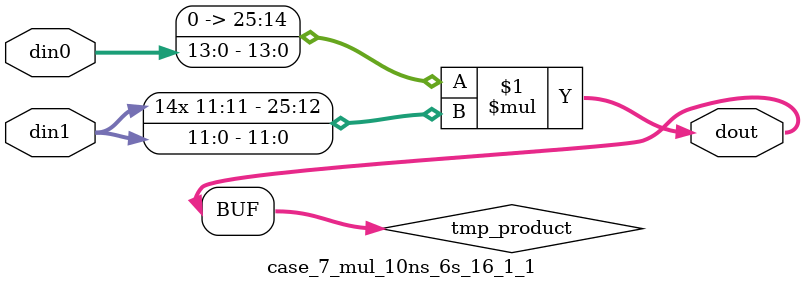
<source format=v>

`timescale 1 ns / 1 ps

 (* use_dsp = "no" *)  module case_7_mul_10ns_6s_16_1_1(din0, din1, dout);
parameter ID = 1;
parameter NUM_STAGE = 0;
parameter din0_WIDTH = 14;
parameter din1_WIDTH = 12;
parameter dout_WIDTH = 26;

input [din0_WIDTH - 1 : 0] din0; 
input [din1_WIDTH - 1 : 0] din1; 
output [dout_WIDTH - 1 : 0] dout;

wire signed [dout_WIDTH - 1 : 0] tmp_product;

























assign tmp_product = $signed({1'b0, din0}) * $signed(din1);










assign dout = tmp_product;





















endmodule

</source>
